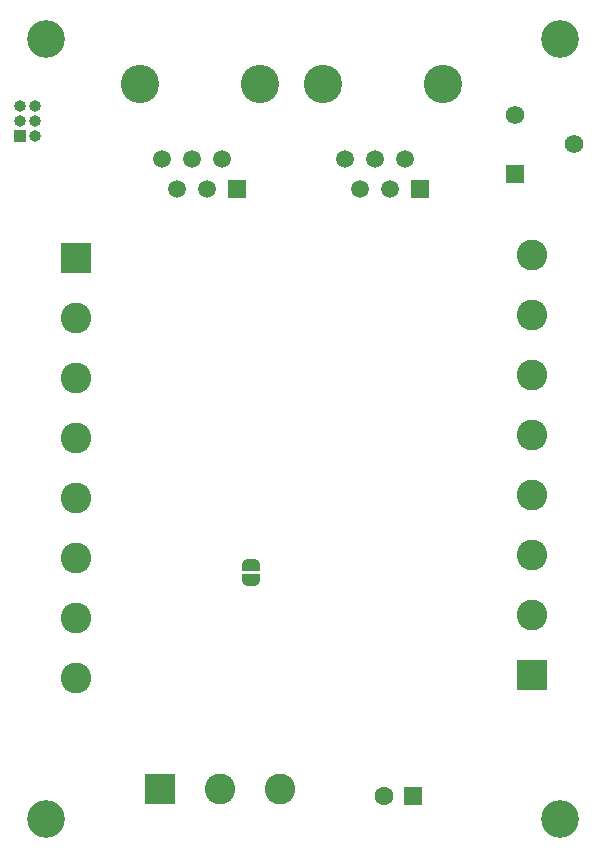
<source format=gbr>
%TF.GenerationSoftware,KiCad,Pcbnew,7.0.5*%
%TF.CreationDate,2023-08-26T13:13:14+02:00*%
%TF.ProjectId,XnetBlockUnit,586e6574-426c-46f6-936b-556e69742e6b,rev?*%
%TF.SameCoordinates,Original*%
%TF.FileFunction,Soldermask,Bot*%
%TF.FilePolarity,Negative*%
%FSLAX46Y46*%
G04 Gerber Fmt 4.6, Leading zero omitted, Abs format (unit mm)*
G04 Created by KiCad (PCBNEW 7.0.5) date 2023-08-26 13:13:14*
%MOMM*%
%LPD*%
G01*
G04 APERTURE LIST*
G04 Aperture macros list*
%AMFreePoly0*
4,1,19,0.500000,-0.750000,0.000000,-0.750000,0.000000,-0.744911,-0.071157,-0.744911,-0.207708,-0.704816,-0.327430,-0.627875,-0.420627,-0.520320,-0.479746,-0.390866,-0.500000,-0.250000,-0.500000,0.250000,-0.479746,0.390866,-0.420627,0.520320,-0.327430,0.627875,-0.207708,0.704816,-0.071157,0.744911,0.000000,0.744911,0.000000,0.750000,0.500000,0.750000,0.500000,-0.750000,0.500000,-0.750000,
$1*%
%AMFreePoly1*
4,1,19,0.000000,0.744911,0.071157,0.744911,0.207708,0.704816,0.327430,0.627875,0.420627,0.520320,0.479746,0.390866,0.500000,0.250000,0.500000,-0.250000,0.479746,-0.390866,0.420627,-0.520320,0.327430,-0.627875,0.207708,-0.704816,0.071157,-0.744911,0.000000,-0.744911,0.000000,-0.750000,-0.500000,-0.750000,-0.500000,0.750000,0.000000,0.750000,0.000000,0.744911,0.000000,0.744911,
$1*%
G04 Aperture macros list end*
%ADD10R,2.600000X2.600000*%
%ADD11C,2.600000*%
%ADD12R,1.600000X1.600000*%
%ADD13C,1.600000*%
%ADD14C,3.200000*%
%ADD15R,1.560000X1.560000*%
%ADD16C,1.560000*%
%ADD17R,1.000000X1.000000*%
%ADD18O,1.000000X1.000000*%
%ADD19C,3.250000*%
%ADD20R,1.520000X1.520000*%
%ADD21C,1.520000*%
%ADD22FreePoly0,90.000000*%
%ADD23FreePoly1,90.000000*%
G04 APERTURE END LIST*
D10*
%TO.C,J103*%
X85090000Y-123317000D03*
D11*
X85090000Y-118237000D03*
X85090000Y-113157000D03*
X85090000Y-108077000D03*
X85090000Y-102997000D03*
X85090000Y-97917000D03*
X85090000Y-92837000D03*
X85090000Y-87757000D03*
%TD*%
D12*
%TO.C,C101*%
X75066651Y-133604000D03*
D13*
X72566651Y-133604000D03*
%TD*%
D14*
%TO.C,REF\u002A\u002A*%
X44000000Y-69500000D03*
%TD*%
D10*
%TO.C,J101*%
X53612000Y-132978000D03*
D11*
X58692000Y-132978000D03*
X63772000Y-132978000D03*
%TD*%
D14*
%TO.C,REF\u002A\u002A*%
X87500000Y-69500000D03*
%TD*%
D15*
%TO.C,RV101*%
X83693000Y-80899000D03*
D16*
X88693000Y-78399000D03*
X83693000Y-75899000D03*
%TD*%
D17*
%TO.C,U201*%
X41783000Y-77724000D03*
D18*
X43053000Y-77724000D03*
X41783000Y-76454000D03*
X43053000Y-76454000D03*
X41783000Y-75184000D03*
X43053000Y-75184000D03*
%TD*%
D14*
%TO.C,REF\u002A\u002A*%
X44000000Y-135500000D03*
%TD*%
D10*
%TO.C,J102*%
X46500000Y-88020000D03*
D11*
X46500000Y-93100000D03*
X46500000Y-98180000D03*
X46500000Y-103260000D03*
X46500000Y-108340000D03*
X46500000Y-113420000D03*
X46500000Y-118500000D03*
X46500000Y-123580000D03*
%TD*%
D19*
%TO.C,J302*%
X62080000Y-73288000D03*
X51920000Y-73288000D03*
D20*
X60170000Y-82178000D03*
D21*
X58900000Y-79638000D03*
X57630000Y-82178000D03*
X56360000Y-79638000D03*
X55090000Y-82178000D03*
X53820000Y-79638000D03*
%TD*%
D14*
%TO.C,REF\u002A\u002A*%
X87500000Y-135500000D03*
%TD*%
D19*
%TO.C,J301*%
X77550000Y-73288000D03*
X67390000Y-73288000D03*
D20*
X75640000Y-82178000D03*
D21*
X74370000Y-79638000D03*
X73100000Y-82178000D03*
X71830000Y-79638000D03*
X70560000Y-82178000D03*
X69290000Y-79638000D03*
%TD*%
D22*
%TO.C,JP101*%
X61359000Y-115325000D03*
D23*
X61359000Y-114025000D03*
%TD*%
M02*

</source>
